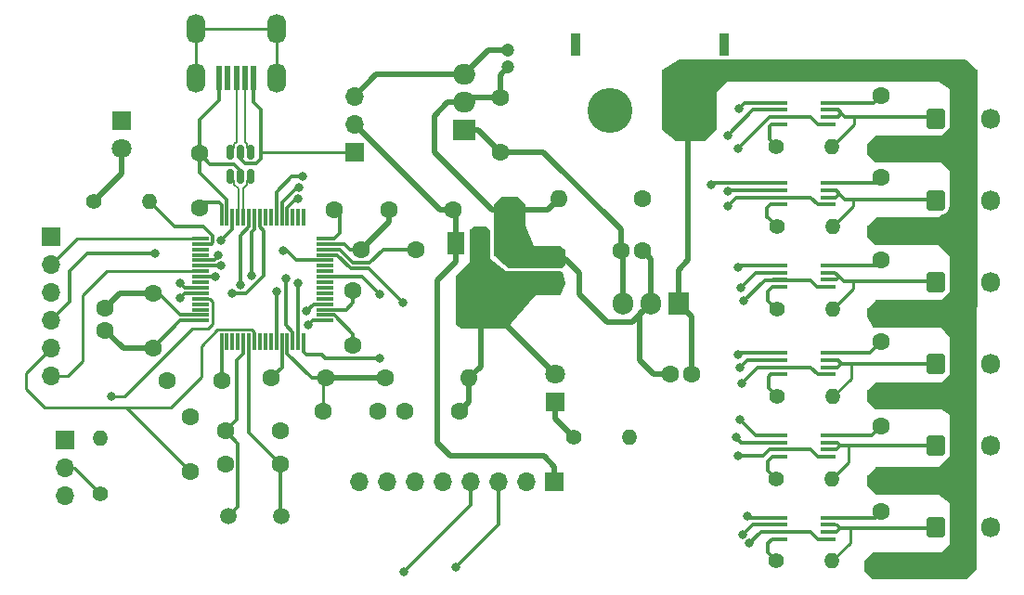
<source format=gbr>
%TF.GenerationSoftware,KiCad,Pcbnew,(6.0.11)*%
%TF.CreationDate,2024-03-05T22:48:33-08:00*%
%TF.ProjectId,bez_controller1v5,62657a5f-636f-46e7-9472-6f6c6c657231,rev?*%
%TF.SameCoordinates,Original*%
%TF.FileFunction,Copper,L1,Top*%
%TF.FilePolarity,Positive*%
%FSLAX46Y46*%
G04 Gerber Fmt 4.6, Leading zero omitted, Abs format (unit mm)*
G04 Created by KiCad (PCBNEW (6.0.11)) date 2024-03-05 22:48:33*
%MOMM*%
%LPD*%
G01*
G04 APERTURE LIST*
G04 Aperture macros list*
%AMRoundRect*
0 Rectangle with rounded corners*
0 $1 Rounding radius*
0 $2 $3 $4 $5 $6 $7 $8 $9 X,Y pos of 4 corners*
0 Add a 4 corners polygon primitive as box body*
4,1,4,$2,$3,$4,$5,$6,$7,$8,$9,$2,$3,0*
0 Add four circle primitives for the rounded corners*
1,1,$1+$1,$2,$3*
1,1,$1+$1,$4,$5*
1,1,$1+$1,$6,$7*
1,1,$1+$1,$8,$9*
0 Add four rect primitives between the rounded corners*
20,1,$1+$1,$2,$3,$4,$5,0*
20,1,$1+$1,$4,$5,$6,$7,0*
20,1,$1+$1,$6,$7,$8,$9,0*
20,1,$1+$1,$8,$9,$2,$3,0*%
G04 Aperture macros list end*
%TA.AperFunction,ComponentPad*%
%ADD10R,1.700000X1.700000*%
%TD*%
%TA.AperFunction,ComponentPad*%
%ADD11O,1.700000X1.700000*%
%TD*%
%TA.AperFunction,SMDPad,CuDef*%
%ADD12R,1.500000X2.000000*%
%TD*%
%TA.AperFunction,SMDPad,CuDef*%
%ADD13R,3.800000X2.000000*%
%TD*%
%TA.AperFunction,ComponentPad*%
%ADD14C,1.600000*%
%TD*%
%TA.AperFunction,SMDPad,CuDef*%
%ADD15RoundRect,0.075000X0.075000X-0.700000X0.075000X0.700000X-0.075000X0.700000X-0.075000X-0.700000X0*%
%TD*%
%TA.AperFunction,SMDPad,CuDef*%
%ADD16RoundRect,0.075000X0.700000X-0.075000X0.700000X0.075000X-0.700000X0.075000X-0.700000X-0.075000X0*%
%TD*%
%TA.AperFunction,SMDPad,CuDef*%
%ADD17R,1.450000X0.450000*%
%TD*%
%TA.AperFunction,ComponentPad*%
%ADD18O,1.700000X1.850000*%
%TD*%
%TA.AperFunction,ComponentPad*%
%ADD19RoundRect,0.250000X-0.600000X-0.675000X0.600000X-0.675000X0.600000X0.675000X-0.600000X0.675000X0*%
%TD*%
%TA.AperFunction,ComponentPad*%
%ADD20C,1.400000*%
%TD*%
%TA.AperFunction,ComponentPad*%
%ADD21O,1.400000X1.400000*%
%TD*%
%TA.AperFunction,ComponentPad*%
%ADD22R,1.905000X2.000000*%
%TD*%
%TA.AperFunction,ComponentPad*%
%ADD23O,1.905000X2.000000*%
%TD*%
%TA.AperFunction,SMDPad,CuDef*%
%ADD24RoundRect,0.150000X0.150000X-0.512500X0.150000X0.512500X-0.150000X0.512500X-0.150000X-0.512500X0*%
%TD*%
%TA.AperFunction,ComponentPad*%
%ADD25O,1.600000X1.600000*%
%TD*%
%TA.AperFunction,SMDPad,CuDef*%
%ADD26R,0.500000X2.250000*%
%TD*%
%TA.AperFunction,ComponentPad*%
%ADD27O,1.700000X2.700000*%
%TD*%
%TA.AperFunction,ComponentPad*%
%ADD28R,1.800000X1.800000*%
%TD*%
%TA.AperFunction,ComponentPad*%
%ADD29C,1.800000*%
%TD*%
%TA.AperFunction,ComponentPad*%
%ADD30C,1.500000*%
%TD*%
%TA.AperFunction,ComponentPad*%
%ADD31R,0.900000X2.000000*%
%TD*%
%TA.AperFunction,ComponentPad*%
%ADD32C,4.100000*%
%TD*%
%TA.AperFunction,ComponentPad*%
%ADD33RoundRect,1.025000X-1.025000X-1.025000X1.025000X-1.025000X1.025000X1.025000X-1.025000X1.025000X0*%
%TD*%
%TA.AperFunction,ComponentPad*%
%ADD34R,2.000000X1.905000*%
%TD*%
%TA.AperFunction,ComponentPad*%
%ADD35O,2.000000X1.905000*%
%TD*%
%TA.AperFunction,ComponentPad*%
%ADD36C,1.200000*%
%TD*%
%TA.AperFunction,ViaPad*%
%ADD37C,0.800000*%
%TD*%
%TA.AperFunction,Conductor*%
%ADD38C,0.500000*%
%TD*%
%TA.AperFunction,Conductor*%
%ADD39C,0.300000*%
%TD*%
%TA.AperFunction,Conductor*%
%ADD40C,0.250000*%
%TD*%
%TA.AperFunction,Conductor*%
%ADD41C,0.200000*%
%TD*%
G04 APERTURE END LIST*
D10*
%TO.P,J9,1,Pin_1*%
%TO.N,+3.3V*%
X24300000Y-42260000D03*
D11*
%TO.P,J9,2,Pin_2*%
%TO.N,/TCK*%
X24300000Y-44800000D03*
%TO.P,J9,3,Pin_3*%
%TO.N,GND*%
X24300000Y-47340000D03*
%TO.P,J9,4,Pin_4*%
%TO.N,/TMS*%
X24300000Y-49880000D03*
%TO.P,J9,5,Pin_5*%
%TO.N,/NRST*%
X24300000Y-52420000D03*
%TO.P,J9,6,Pin_6*%
%TO.N,/SWO*%
X24300000Y-54960000D03*
%TD*%
D12*
%TO.P,U9,1,GND*%
%TO.N,/PWR_GND*%
X65800000Y-42850000D03*
%TO.P,U9,2,VO*%
%TO.N,+3.3V*%
X63500000Y-42850000D03*
D13*
X63500000Y-49150000D03*
D12*
%TO.P,U9,3,VI*%
%TO.N,/power*%
X61200000Y-42850000D03*
%TD*%
D14*
%TO.P,C5,1*%
%TO.N,GND*%
X100000000Y-36800000D03*
%TO.P,C5,2*%
%TO.N,+12V*%
X100000000Y-41800000D03*
%TD*%
D15*
%TO.P,U11,1,VBAT*%
%TO.N,+3.3V*%
X39850000Y-51812500D03*
%TO.P,U11,2,PC13*%
%TO.N,unconnected-(U11-Pad2)*%
X40350000Y-51812500D03*
%TO.P,U11,3,PC14*%
%TO.N,unconnected-(U11-Pad3)*%
X40850000Y-51812500D03*
%TO.P,U11,4,PC15*%
%TO.N,unconnected-(U11-Pad4)*%
X41350000Y-51812500D03*
%TO.P,U11,5,PH0*%
%TO.N,/PH0-OSC_IN*%
X41850000Y-51812500D03*
%TO.P,U11,6,PH1*%
%TO.N,/PH1-OSC_OUT*%
X42350000Y-51812500D03*
%TO.P,U11,7,NRST*%
%TO.N,/NRST*%
X42850000Y-51812500D03*
%TO.P,U11,8,PC0*%
%TO.N,unconnected-(U11-Pad8)*%
X43350000Y-51812500D03*
%TO.P,U11,9,PC1*%
%TO.N,unconnected-(U11-Pad9)*%
X43850000Y-51812500D03*
%TO.P,U11,10,PC2*%
%TO.N,unconnected-(U11-Pad10)*%
X44350000Y-51812500D03*
%TO.P,U11,11,PC3*%
%TO.N,/USART4_DIR*%
X44850000Y-51812500D03*
%TO.P,U11,12,VSSA*%
%TO.N,GND*%
X45350000Y-51812500D03*
%TO.P,U11,13,VDDA*%
%TO.N,+3.3VA*%
X45850000Y-51812500D03*
%TO.P,U11,14,PA0*%
%TO.N,/USART4_TX*%
X46350000Y-51812500D03*
%TO.P,U11,15,PA1*%
%TO.N,/USART4_RX*%
X46850000Y-51812500D03*
%TO.P,U11,16,PA2*%
%TO.N,/USART2_TX*%
X47350000Y-51812500D03*
D16*
%TO.P,U11,17,PA3*%
%TO.N,/USART2_RX*%
X49275000Y-49887500D03*
%TO.P,U11,18,VSS*%
%TO.N,GND*%
X49275000Y-49387500D03*
%TO.P,U11,19,VDD*%
%TO.N,+3.3V*%
X49275000Y-48887500D03*
%TO.P,U11,20,PA4*%
%TO.N,/USART2_DIR*%
X49275000Y-48387500D03*
%TO.P,U11,21,PA5*%
%TO.N,unconnected-(U11-Pad21)*%
X49275000Y-47887500D03*
%TO.P,U11,22,PA6*%
%TO.N,unconnected-(U11-Pad22)*%
X49275000Y-47387500D03*
%TO.P,U11,23,PA7*%
%TO.N,unconnected-(U11-Pad23)*%
X49275000Y-46887500D03*
%TO.P,U11,24,PC4*%
%TO.N,unconnected-(U11-Pad24)*%
X49275000Y-46387500D03*
%TO.P,U11,25,PC5*%
%TO.N,/USART3_RX*%
X49275000Y-45887500D03*
%TO.P,U11,26,PB0*%
%TO.N,unconnected-(U11-Pad26)*%
X49275000Y-45387500D03*
%TO.P,U11,27,PB1*%
%TO.N,unconnected-(U11-Pad27)*%
X49275000Y-44887500D03*
%TO.P,U11,28,PB2*%
%TO.N,/USART3_DIR*%
X49275000Y-44387500D03*
%TO.P,U11,29,PB10*%
%TO.N,/USART3_TX*%
X49275000Y-43887500D03*
%TO.P,U11,30,VCAP_1*%
%TO.N,Net-(C23-Pad1)*%
X49275000Y-43387500D03*
%TO.P,U11,31,VSS*%
%TO.N,GND*%
X49275000Y-42887500D03*
%TO.P,U11,32,VDD*%
%TO.N,+3.3V*%
X49275000Y-42387500D03*
D15*
%TO.P,U11,33,PB12*%
%TO.N,unconnected-(U11-Pad33)*%
X47350000Y-40462500D03*
%TO.P,U11,34,PB13*%
%TO.N,unconnected-(U11-Pad34)*%
X46850000Y-40462500D03*
%TO.P,U11,35,PB14*%
%TO.N,unconnected-(U11-Pad35)*%
X46350000Y-40462500D03*
%TO.P,U11,36,PB15*%
%TO.N,/USART6_DIR*%
X45850000Y-40462500D03*
%TO.P,U11,37,PC6*%
%TO.N,/USART6_TX*%
X45350000Y-40462500D03*
%TO.P,U11,38,PC7*%
%TO.N,/USART6_RX*%
X44850000Y-40462500D03*
%TO.P,U11,39,PC8*%
%TO.N,unconnected-(U11-Pad39)*%
X44350000Y-40462500D03*
%TO.P,U11,40,PC9*%
%TO.N,unconnected-(U11-Pad40)*%
X43850000Y-40462500D03*
%TO.P,U11,41,PA8*%
%TO.N,/USART1_DIR*%
X43350000Y-40462500D03*
%TO.P,U11,42,PA9*%
%TO.N,/USART1_TX*%
X42850000Y-40462500D03*
%TO.P,U11,43,PA10*%
%TO.N,/USART1_RX*%
X42350000Y-40462500D03*
%TO.P,U11,44,PA11*%
%TO.N,/USB_D-*%
X41850000Y-40462500D03*
%TO.P,U11,45,PA12*%
%TO.N,/USB_D+*%
X41350000Y-40462500D03*
%TO.P,U11,46,PA13*%
%TO.N,/TMS*%
X40850000Y-40462500D03*
%TO.P,U11,47,VSS*%
%TO.N,GND*%
X40350000Y-40462500D03*
%TO.P,U11,48,VDD*%
%TO.N,+3.3V*%
X39850000Y-40462500D03*
D16*
%TO.P,U11,49,PA14*%
%TO.N,/TCK*%
X37925000Y-42387500D03*
%TO.P,U11,50,PA15*%
%TO.N,Net-(R9-Pad2)*%
X37925000Y-42887500D03*
%TO.P,U11,51,PC10*%
%TO.N,unconnected-(U11-Pad51)*%
X37925000Y-43387500D03*
%TO.P,U11,52,PC11*%
%TO.N,unconnected-(U11-Pad52)*%
X37925000Y-43887500D03*
%TO.P,U11,53,PC12*%
%TO.N,/USART5_TX*%
X37925000Y-44387500D03*
%TO.P,U11,54,PD2*%
%TO.N,/USART5_RX*%
X37925000Y-44887500D03*
%TO.P,U11,55,PB3*%
%TO.N,/SWO*%
X37925000Y-45387500D03*
%TO.P,U11,56,PB4*%
%TO.N,/USART5_DIR*%
X37925000Y-45887500D03*
%TO.P,U11,57,PB5*%
%TO.N,unconnected-(U11-Pad57)*%
X37925000Y-46387500D03*
%TO.P,U11,58,PB6*%
%TO.N,/I2C_SCL*%
X37925000Y-46887500D03*
%TO.P,U11,59,PB7*%
%TO.N,/I2C_SDA*%
X37925000Y-47387500D03*
%TO.P,U11,60,BOOT0*%
%TO.N,/BOOT0*%
X37925000Y-47887500D03*
%TO.P,U11,61,PB8*%
%TO.N,unconnected-(U11-Pad61)*%
X37925000Y-48387500D03*
%TO.P,U11,62,PB9*%
%TO.N,unconnected-(U11-Pad62)*%
X37925000Y-48887500D03*
%TO.P,U11,63,VSS*%
%TO.N,GND*%
X37925000Y-49387500D03*
%TO.P,U11,64,VDD*%
%TO.N,+3.3V*%
X37925000Y-49887500D03*
%TD*%
D17*
%TO.P,U4,1*%
%TO.N,/USART4_DIR*%
X95200000Y-46800000D03*
%TO.P,U4,2*%
%TO.N,/MOTOR_DATA4*%
X95200000Y-46150000D03*
%TO.P,U4,3*%
X95200000Y-45500000D03*
%TO.P,U4,4,GND*%
%TO.N,GND*%
X95200000Y-44850000D03*
%TO.P,U4,5*%
%TO.N,/USART4_TX*%
X90800000Y-44850000D03*
%TO.P,U4,6*%
%TO.N,/USART4_RX*%
X90800000Y-45500000D03*
%TO.P,U4,7*%
%TO.N,/USART4_DIR*%
X90800000Y-46150000D03*
%TO.P,U4,8,VCC*%
%TO.N,+5V*%
X90800000Y-46800000D03*
%TD*%
D14*
%TO.P,C13,1*%
%TO.N,+3.3V*%
X29250000Y-50750000D03*
%TO.P,C13,2*%
%TO.N,GND*%
X29250000Y-48750000D03*
%TD*%
D18*
%TO.P,J1,1,Pin_1*%
%TO.N,GND*%
X110000000Y-68700000D03*
%TO.P,J1,2,Pin_2*%
%TO.N,+12V*%
X107500000Y-68700000D03*
D19*
%TO.P,J1,3,Pin_3*%
%TO.N,/MOTOR_DATA1*%
X105000000Y-68700000D03*
%TD*%
D14*
%TO.P,C16,1*%
%TO.N,+3.3V*%
X50100000Y-39750000D03*
%TO.P,C16,2*%
%TO.N,GND*%
X55100000Y-39750000D03*
%TD*%
%TO.P,C21,1*%
%TO.N,+3.3V*%
X61600000Y-58137500D03*
%TO.P,C21,2*%
%TO.N,GND*%
X56600000Y-58137500D03*
%TD*%
%TO.P,C25,1*%
%TO.N,/PH1-OSC_OUT*%
X45200000Y-62937500D03*
%TO.P,C25,2*%
%TO.N,GND*%
X40200000Y-62937500D03*
%TD*%
%TO.P,C24,1*%
%TO.N,/PH0-OSC_IN*%
X40200000Y-59937500D03*
%TO.P,C24,2*%
%TO.N,GND*%
X45200000Y-59937500D03*
%TD*%
%TO.P,C9,1*%
%TO.N,+6V*%
X65250000Y-34500000D03*
%TO.P,C9,2*%
%TO.N,/PWR_GND*%
X65250000Y-29500000D03*
%TD*%
%TO.P,C4,1*%
%TO.N,GND*%
X100000000Y-44325000D03*
%TO.P,C4,2*%
%TO.N,+12V*%
X100000000Y-49325000D03*
%TD*%
D20*
%TO.P,R3,1*%
%TO.N,+5V*%
X90500000Y-56825000D03*
D21*
%TO.P,R3,2*%
%TO.N,/MOTOR_DATA3*%
X95580000Y-56825000D03*
%TD*%
D18*
%TO.P,J4,1,Pin_1*%
%TO.N,GND*%
X110000000Y-46380000D03*
%TO.P,J4,2,Pin_2*%
%TO.N,+12V*%
X107500000Y-46380000D03*
D19*
%TO.P,J4,3,Pin_3*%
%TO.N,/MOTOR_DATA4*%
X105000000Y-46380000D03*
%TD*%
D17*
%TO.P,U2,1*%
%TO.N,/USART2_DIR*%
X95200000Y-62300000D03*
%TO.P,U2,2*%
%TO.N,/MOTOR_DATA2*%
X95200000Y-61650000D03*
%TO.P,U2,3*%
X95200000Y-61000000D03*
%TO.P,U2,4,GND*%
%TO.N,GND*%
X95200000Y-60350000D03*
%TO.P,U2,5*%
%TO.N,/USART2_TX*%
X90800000Y-60350000D03*
%TO.P,U2,6*%
%TO.N,/USART2_RX*%
X90800000Y-61000000D03*
%TO.P,U2,7*%
%TO.N,/USART2_DIR*%
X90800000Y-61650000D03*
%TO.P,U2,8,VCC*%
%TO.N,+5V*%
X90800000Y-62300000D03*
%TD*%
D14*
%TO.P,C23,1*%
%TO.N,Net-(C23-Pad1)*%
X57600000Y-43387500D03*
%TO.P,C23,2*%
%TO.N,GND*%
X52600000Y-43387500D03*
%TD*%
D22*
%TO.P,U7,1,VI*%
%TO.N,+12V*%
X81540000Y-48305000D03*
D23*
%TO.P,U7,2,GND*%
%TO.N,/PWR_GND*%
X79000000Y-48305000D03*
%TO.P,U7,3,VO*%
%TO.N,+6V*%
X76460000Y-48305000D03*
%TD*%
D24*
%TO.P,U10,1,I/O1*%
%TO.N,/USB_D+*%
X40650000Y-36775000D03*
%TO.P,U10,2,GND*%
%TO.N,GND*%
X41600000Y-36775000D03*
%TO.P,U10,3,I/O2*%
%TO.N,/USB_D-*%
X42550000Y-36775000D03*
%TO.P,U10,4,I/O2*%
%TO.N,/USB_CONN_D-*%
X42550000Y-34500000D03*
%TO.P,U10,5,VBUS*%
%TO.N,VBUS*%
X41600000Y-34500000D03*
%TO.P,U10,6,I/O1*%
%TO.N,/USB_CONN_D+*%
X40650000Y-34500000D03*
%TD*%
D10*
%TO.P,J8,1,Pin_1*%
%TO.N,/power*%
X70220000Y-64600000D03*
D11*
%TO.P,J8,2,Pin_2*%
%TO.N,GND*%
X67680000Y-64600000D03*
%TO.P,J8,3,Pin_3*%
%TO.N,/I2C_SCL*%
X65140000Y-64600000D03*
%TO.P,J8,4,Pin_4*%
%TO.N,/I2C_SDA*%
X62600000Y-64600000D03*
%TO.P,J8,5,Pin_5*%
%TO.N,unconnected-(J8-Pad5)*%
X60060000Y-64600000D03*
%TO.P,J8,6,Pin_6*%
%TO.N,unconnected-(J8-Pad6)*%
X57520000Y-64600000D03*
%TO.P,J8,7,Pin_7*%
%TO.N,unconnected-(J8-Pad7)*%
X54980000Y-64600000D03*
%TO.P,J8,8,Pin_8*%
%TO.N,unconnected-(J8-Pad8)*%
X52440000Y-64600000D03*
%TD*%
D10*
%TO.P,J7,1,Pin_1*%
%TO.N,VBUS*%
X52000000Y-34500000D03*
D11*
%TO.P,J7,2,Pin_2*%
%TO.N,/power*%
X52000000Y-31960000D03*
%TO.P,J7,3,Pin_3*%
%TO.N,+5V*%
X52000000Y-29420000D03*
%TD*%
D14*
%TO.P,FB2,1*%
%TO.N,+3.3VA*%
X54790000Y-55137500D03*
D25*
%TO.P,FB2,2*%
%TO.N,+3.3V*%
X62410000Y-55137500D03*
%TD*%
D14*
%TO.P,FB1,1*%
%TO.N,GND*%
X78200000Y-38800000D03*
D25*
%TO.P,FB1,2*%
%TO.N,/PWR_GND*%
X70580000Y-38800000D03*
%TD*%
D17*
%TO.P,U6,1*%
%TO.N,/USART6_DIR*%
X95200000Y-31975000D03*
%TO.P,U6,2*%
%TO.N,/MOTOR_DATA6*%
X95200000Y-31325000D03*
%TO.P,U6,3*%
X95200000Y-30675000D03*
%TO.P,U6,4,GND*%
%TO.N,GND*%
X95200000Y-30025000D03*
%TO.P,U6,5*%
%TO.N,/USART6_TX*%
X90800000Y-30025000D03*
%TO.P,U6,6*%
%TO.N,/USART6_RX*%
X90800000Y-30675000D03*
%TO.P,U6,7*%
%TO.N,/USART6_DIR*%
X90800000Y-31325000D03*
%TO.P,U6,8,VCC*%
%TO.N,+5V*%
X90800000Y-31975000D03*
%TD*%
D14*
%TO.P,C19,1*%
%TO.N,+3.3VA*%
X49350000Y-55137500D03*
%TO.P,C19,2*%
%TO.N,GND*%
X44350000Y-55137500D03*
%TD*%
D20*
%TO.P,R5,1*%
%TO.N,+5V*%
X90500000Y-41325000D03*
D21*
%TO.P,R5,2*%
%TO.N,/MOTOR_DATA5*%
X95580000Y-41325000D03*
%TD*%
D14*
%TO.P,C18,1*%
%TO.N,+3.3V*%
X33600000Y-52387500D03*
%TO.P,C18,2*%
%TO.N,GND*%
X33600000Y-47387500D03*
%TD*%
D18*
%TO.P,J2,1,Pin_1*%
%TO.N,GND*%
X110000000Y-61260000D03*
%TO.P,J2,2,Pin_2*%
%TO.N,+12V*%
X107500000Y-61260000D03*
D19*
%TO.P,J2,3,Pin_3*%
%TO.N,/MOTOR_DATA2*%
X105000000Y-61260000D03*
%TD*%
D14*
%TO.P,C17,1*%
%TO.N,+3.3V*%
X37850000Y-39637500D03*
%TO.P,C17,2*%
%TO.N,GND*%
X37850000Y-34637500D03*
%TD*%
D18*
%TO.P,J3,1,Pin_1*%
%TO.N,GND*%
X110000000Y-53820000D03*
%TO.P,J3,2,Pin_2*%
%TO.N,+12V*%
X107500000Y-53820000D03*
D19*
%TO.P,J3,3,Pin_3*%
%TO.N,/MOTOR_DATA3*%
X105000000Y-53820000D03*
%TD*%
D20*
%TO.P,R6,1*%
%TO.N,+5V*%
X90460000Y-34000000D03*
D21*
%TO.P,R6,2*%
%TO.N,/MOTOR_DATA6*%
X95540000Y-34000000D03*
%TD*%
D17*
%TO.P,U1,1*%
%TO.N,/USART1_DIR*%
X95200000Y-69800000D03*
%TO.P,U1,2*%
%TO.N,/MOTOR_DATA1*%
X95200000Y-69150000D03*
%TO.P,U1,3*%
X95200000Y-68500000D03*
%TO.P,U1,4,GND*%
%TO.N,GND*%
X95200000Y-67850000D03*
%TO.P,U1,5*%
%TO.N,/USART1_TX*%
X90800000Y-67850000D03*
%TO.P,U1,6*%
%TO.N,/USART1_RX*%
X90800000Y-68500000D03*
%TO.P,U1,7*%
%TO.N,/USART1_DIR*%
X90800000Y-69150000D03*
%TO.P,U1,8,VCC*%
%TO.N,+5V*%
X90800000Y-69800000D03*
%TD*%
D26*
%TO.P,J12,1,VBUS*%
%TO.N,VBUS*%
X42800000Y-27800000D03*
%TO.P,J12,2,D-*%
%TO.N,/USB_CONN_D-*%
X42000000Y-27800000D03*
%TO.P,J12,3,D+*%
%TO.N,/USB_CONN_D+*%
X41200000Y-27800000D03*
%TO.P,J12,4,ID*%
%TO.N,unconnected-(J12-Pad4)*%
X40400000Y-27800000D03*
%TO.P,J12,5,GND*%
%TO.N,GND*%
X39600000Y-27800000D03*
D27*
%TO.P,J12,6,Shield*%
%TO.N,unconnected-(J12-Pad6)*%
X37550000Y-23300000D03*
X37550000Y-27800000D03*
X44850000Y-27800000D03*
X44850000Y-23300000D03*
%TD*%
D28*
%TO.P,D1,1,K*%
%TO.N,Net-(D1-Pad1)*%
X70250000Y-57275000D03*
D29*
%TO.P,D1,2,A*%
%TO.N,+3.3V*%
X70250000Y-54735000D03*
%TD*%
D14*
%TO.P,C22,1*%
%TO.N,/NRST*%
X36970000Y-63637500D03*
%TO.P,C22,2*%
%TO.N,GND*%
X36970000Y-58637500D03*
%TD*%
D17*
%TO.P,U5,1*%
%TO.N,/USART5_DIR*%
X95200000Y-39300000D03*
%TO.P,U5,2*%
%TO.N,/MOTOR_DATA5*%
X95200000Y-38650000D03*
%TO.P,U5,3*%
X95200000Y-38000000D03*
%TO.P,U5,4,GND*%
%TO.N,GND*%
X95200000Y-37350000D03*
%TO.P,U5,5*%
%TO.N,/USART5_TX*%
X90800000Y-37350000D03*
%TO.P,U5,6*%
%TO.N,/USART5_RX*%
X90800000Y-38000000D03*
%TO.P,U5,7*%
%TO.N,/USART5_DIR*%
X90800000Y-38650000D03*
%TO.P,U5,8,VCC*%
%TO.N,+5V*%
X90800000Y-39300000D03*
%TD*%
D20*
%TO.P,R8,1*%
%TO.N,Net-(J11-Pad2)*%
X28800000Y-65700000D03*
D21*
%TO.P,R8,2*%
%TO.N,/BOOT0*%
X28800000Y-60620000D03*
%TD*%
D20*
%TO.P,R9,1*%
%TO.N,Net-(D2-Pad2)*%
X28210000Y-39000000D03*
D21*
%TO.P,R9,2*%
%TO.N,Net-(R9-Pad2)*%
X33290000Y-39000000D03*
%TD*%
D28*
%TO.P,D2,1,K*%
%TO.N,GND*%
X30750000Y-31675000D03*
D29*
%TO.P,D2,2,A*%
%TO.N,Net-(D2-Pad2)*%
X30750000Y-34215000D03*
%TD*%
D18*
%TO.P,J6,1,Pin_1*%
%TO.N,GND*%
X110000000Y-31500000D03*
%TO.P,J6,2,Pin_2*%
%TO.N,+12V*%
X107500000Y-31500000D03*
D19*
%TO.P,J6,3,Pin_3*%
%TO.N,/MOTOR_DATA6*%
X105000000Y-31500000D03*
%TD*%
D14*
%TO.P,C1,1*%
%TO.N,GND*%
X100000000Y-67300000D03*
%TO.P,C1,2*%
%TO.N,+12V*%
X100000000Y-72300000D03*
%TD*%
D10*
%TO.P,J11,1,Pin_1*%
%TO.N,+3.3V*%
X25600000Y-60760000D03*
D11*
%TO.P,J11,2,Pin_2*%
%TO.N,Net-(J11-Pad2)*%
X25600000Y-63300000D03*
%TO.P,J11,3,Pin_3*%
%TO.N,GND*%
X25600000Y-65840000D03*
%TD*%
D14*
%TO.P,C7,1*%
%TO.N,+12V*%
X82750000Y-54750000D03*
%TO.P,C7,2*%
%TO.N,/PWR_GND*%
X80750000Y-54750000D03*
%TD*%
%TO.P,C6,1*%
%TO.N,GND*%
X100000000Y-29325000D03*
%TO.P,C6,2*%
%TO.N,+12V*%
X100000000Y-34325000D03*
%TD*%
%TO.P,C20,1*%
%TO.N,+3.3VA*%
X49100000Y-58137500D03*
%TO.P,C20,2*%
%TO.N,GND*%
X54100000Y-58137500D03*
%TD*%
%TO.P,C3,1*%
%TO.N,GND*%
X100000000Y-51825000D03*
%TO.P,C3,2*%
%TO.N,+12V*%
X100000000Y-56825000D03*
%TD*%
D30*
%TO.P,Y1,1,1*%
%TO.N,/PH0-OSC_IN*%
X40450000Y-67750000D03*
%TO.P,Y1,2,2*%
%TO.N,/PH1-OSC_OUT*%
X45330000Y-67750000D03*
%TD*%
D14*
%TO.P,C11,1*%
%TO.N,/power*%
X61000000Y-39750000D03*
%TO.P,C11,2*%
%TO.N,/PWR_GND*%
X66000000Y-39750000D03*
%TD*%
D31*
%TO.P,J10,*%
%TO.N,*%
X72150000Y-24750000D03*
X85650000Y-24750000D03*
D32*
%TO.P,J10,1,Pin_1*%
%TO.N,GND*%
X75300000Y-30750000D03*
D33*
%TO.P,J10,2,Pin_2*%
%TO.N,+12V*%
X82500000Y-30750000D03*
%TD*%
D20*
%TO.P,R4,1*%
%TO.N,+5V*%
X90500000Y-48825000D03*
D21*
%TO.P,R4,2*%
%TO.N,/MOTOR_DATA4*%
X95580000Y-48825000D03*
%TD*%
D14*
%TO.P,C15,1*%
%TO.N,+3.3V*%
X51850000Y-47137500D03*
%TO.P,C15,2*%
%TO.N,GND*%
X51850000Y-52137500D03*
%TD*%
%TO.P,C8,1*%
%TO.N,+6V*%
X76250000Y-43500000D03*
%TO.P,C8,2*%
%TO.N,/PWR_GND*%
X78250000Y-43500000D03*
%TD*%
D20*
%TO.P,R7,1*%
%TO.N,Net-(D1-Pad1)*%
X71960000Y-60500000D03*
D21*
%TO.P,R7,2*%
%TO.N,GND*%
X77040000Y-60500000D03*
%TD*%
D14*
%TO.P,C2,1*%
%TO.N,GND*%
X100000000Y-59500000D03*
%TO.P,C2,2*%
%TO.N,+12V*%
X100000000Y-64500000D03*
%TD*%
D34*
%TO.P,U8,1,VI*%
%TO.N,+6V*%
X62000000Y-32540000D03*
D35*
%TO.P,U8,2,GND*%
%TO.N,/PWR_GND*%
X62000000Y-30000000D03*
%TO.P,U8,3,VO*%
%TO.N,+5V*%
X62000000Y-27460000D03*
%TD*%
D20*
%TO.P,R1,1*%
%TO.N,+5V*%
X90460000Y-71825000D03*
D21*
%TO.P,R1,2*%
%TO.N,/MOTOR_DATA1*%
X95540000Y-71825000D03*
%TD*%
D36*
%TO.P,C10,1*%
%TO.N,+5V*%
X66000000Y-25250000D03*
%TO.P,C10,2*%
%TO.N,/PWR_GND*%
X66000000Y-26750000D03*
%TD*%
D14*
%TO.P,C14,1*%
%TO.N,+3.3V*%
X39850000Y-55387500D03*
%TO.P,C14,2*%
%TO.N,GND*%
X34850000Y-55387500D03*
%TD*%
%TO.P,C12,1*%
%TO.N,+3.3V*%
X70000000Y-46250000D03*
%TO.P,C12,2*%
%TO.N,/PWR_GND*%
X70000000Y-44250000D03*
%TD*%
D17*
%TO.P,U3,1*%
%TO.N,/USART3_DIR*%
X95200000Y-54800000D03*
%TO.P,U3,2*%
%TO.N,/MOTOR_DATA3*%
X95200000Y-54150000D03*
%TO.P,U3,3*%
X95200000Y-53500000D03*
%TO.P,U3,4,GND*%
%TO.N,GND*%
X95200000Y-52850000D03*
%TO.P,U3,5*%
%TO.N,/USART3_TX*%
X90800000Y-52850000D03*
%TO.P,U3,6*%
%TO.N,/USART3_RX*%
X90800000Y-53500000D03*
%TO.P,U3,7*%
%TO.N,/USART3_DIR*%
X90800000Y-54150000D03*
%TO.P,U3,8,VCC*%
%TO.N,+5V*%
X90800000Y-54800000D03*
%TD*%
D20*
%TO.P,R2,1*%
%TO.N,+5V*%
X90460000Y-64325000D03*
D21*
%TO.P,R2,2*%
%TO.N,/MOTOR_DATA2*%
X95540000Y-64325000D03*
%TD*%
D18*
%TO.P,J5,1,Pin_1*%
%TO.N,GND*%
X110000000Y-38940000D03*
%TO.P,J5,2,Pin_2*%
%TO.N,+12V*%
X107500000Y-38940000D03*
D19*
%TO.P,J5,3,Pin_3*%
%TO.N,/MOTOR_DATA5*%
X105000000Y-38940000D03*
%TD*%
D37*
%TO.N,/I2C_SCL*%
X36100000Y-46500000D03*
X61250000Y-72400000D03*
%TO.N,/I2C_SDA*%
X56500000Y-72800000D03*
X36100000Y-47800000D03*
%TO.N,/TMS*%
X39800000Y-42600000D03*
X33800000Y-43800000D03*
%TO.N,/BOOT0*%
X29800000Y-56800000D03*
%TO.N,/USART1_DIR*%
X88000000Y-70200000D03*
X40791621Y-47429913D03*
%TO.N,/USART2_DIR*%
X47600000Y-49049500D03*
X87000000Y-62200000D03*
%TO.N,/USART3_DIR*%
X87300000Y-55600000D03*
X45500000Y-43500000D03*
%TO.N,/USART4_DIR*%
X44900000Y-47200000D03*
X87500000Y-48100000D03*
%TO.N,/USART5_DIR*%
X86000000Y-39400000D03*
X39312500Y-45887500D03*
%TO.N,/USART6_DIR*%
X46800000Y-38749003D03*
X86960308Y-34160307D03*
%TO.N,/USART5_TX*%
X84500000Y-37500000D03*
X39580898Y-43909584D03*
%TO.N,/USART5_RX*%
X86000000Y-38099500D03*
X39787500Y-44887500D03*
%TO.N,/USART6_TX*%
X87050000Y-30550000D03*
X46915585Y-37750000D03*
%TO.N,/USART6_RX*%
X47250000Y-36750000D03*
X86000000Y-33000000D03*
%TO.N,/USART3_TX*%
X87000000Y-53000000D03*
X56387500Y-48287500D03*
%TO.N,/USART3_RX*%
X87100000Y-54200000D03*
X54300000Y-47500000D03*
%TO.N,/USART4_TX*%
X87000000Y-45000000D03*
X45750000Y-46050000D03*
%TO.N,/USART4_RX*%
X46850000Y-46450000D03*
X87200000Y-46900000D03*
%TO.N,/USART1_TX*%
X42620023Y-45820023D03*
X87800000Y-67700000D03*
%TO.N,/USART1_RX*%
X41541121Y-46650468D03*
X87400000Y-69400000D03*
%TO.N,/USART2_TX*%
X54300000Y-53300000D03*
X87100000Y-58900000D03*
%TO.N,/USART2_RX*%
X86750000Y-60500000D03*
X47800000Y-50300000D03*
%TD*%
D38*
%TO.N,+12V*%
X82400000Y-44350000D02*
X81500000Y-45250000D01*
X82400000Y-31000000D02*
X82400000Y-44350000D01*
X82750000Y-49515000D02*
X82750000Y-54750000D01*
X81540000Y-48305000D02*
X82750000Y-49515000D01*
X81540000Y-45290000D02*
X81540000Y-48305000D01*
X81500000Y-45250000D02*
X81540000Y-45290000D01*
%TO.N,+6V*%
X76250000Y-41550000D02*
X76250000Y-43500000D01*
X76460000Y-48305000D02*
X76460000Y-43710000D01*
X62000000Y-32540000D02*
X63290000Y-32540000D01*
X65250000Y-34500000D02*
X69200000Y-34500000D01*
X76460000Y-43710000D02*
X76250000Y-43500000D01*
X63290000Y-32540000D02*
X65250000Y-34500000D01*
X69200000Y-34500000D02*
X76250000Y-41550000D01*
D39*
%TO.N,+5V*%
X89600000Y-40500000D02*
X89675000Y-40500000D01*
X89900000Y-39300000D02*
X89600000Y-39600000D01*
X89700000Y-70200000D02*
X89700000Y-71065000D01*
X89800000Y-33340000D02*
X90460000Y-34000000D01*
X90025000Y-31975000D02*
X89800000Y-32200000D01*
X90800000Y-69800000D02*
X90100000Y-69800000D01*
X89750000Y-55000000D02*
X89750000Y-56075000D01*
X89700000Y-63565000D02*
X90460000Y-64325000D01*
X90800000Y-39300000D02*
X89900000Y-39300000D01*
X90425000Y-48825000D02*
X90500000Y-48825000D01*
D38*
X53960000Y-27460000D02*
X62000000Y-27460000D01*
D39*
X90100000Y-62300000D02*
X89700000Y-62700000D01*
X89700000Y-47200000D02*
X89700000Y-48100000D01*
X90800000Y-46800000D02*
X90100000Y-46800000D01*
X90800000Y-54800000D02*
X89950000Y-54800000D01*
X89700000Y-62700000D02*
X89700000Y-63565000D01*
D38*
X64210000Y-25250000D02*
X62000000Y-27460000D01*
D39*
X90100000Y-46800000D02*
X89700000Y-47200000D01*
X89600000Y-39600000D02*
X89600000Y-40500000D01*
X90800000Y-31975000D02*
X90025000Y-31975000D01*
X89950000Y-54800000D02*
X89750000Y-55000000D01*
X90100000Y-69800000D02*
X89700000Y-70200000D01*
X89675000Y-40500000D02*
X90500000Y-41325000D01*
X89700000Y-71065000D02*
X90460000Y-71825000D01*
X89700000Y-48100000D02*
X90425000Y-48825000D01*
D38*
X52000000Y-29420000D02*
X53960000Y-27460000D01*
X66000000Y-25250000D02*
X64210000Y-25250000D01*
D39*
X89750000Y-56075000D02*
X90500000Y-56825000D01*
X89800000Y-32200000D02*
X89800000Y-33340000D01*
X90800000Y-62300000D02*
X90100000Y-62300000D01*
D38*
%TO.N,/power*%
X61000000Y-39750000D02*
X59790000Y-39750000D01*
X61200000Y-39950000D02*
X61000000Y-39750000D01*
X59500000Y-46250000D02*
X59500000Y-61000000D01*
X69250000Y-62250000D02*
X70220000Y-63220000D01*
X61200000Y-42850000D02*
X61200000Y-44550000D01*
X59790000Y-39750000D02*
X52000000Y-31960000D01*
X59500000Y-61000000D02*
X60750000Y-62250000D01*
X70220000Y-63220000D02*
X70220000Y-64600000D01*
X60750000Y-62250000D02*
X69250000Y-62250000D01*
X61200000Y-42850000D02*
X61200000Y-39950000D01*
X61200000Y-44550000D02*
X59500000Y-46250000D01*
%TO.N,+3.3V*%
X30887500Y-52387500D02*
X33600000Y-52387500D01*
X63500000Y-49150000D02*
X64665000Y-49150000D01*
D39*
X50600000Y-40387500D02*
X50100000Y-39887500D01*
D38*
X29250000Y-50750000D02*
X30887500Y-52387500D01*
D39*
X39850000Y-39387500D02*
X39600000Y-39137500D01*
X38350000Y-39137500D02*
X37850000Y-39637500D01*
D38*
X62410000Y-55137500D02*
X62410000Y-57327500D01*
D39*
X39850000Y-51812500D02*
X39850000Y-55387500D01*
D38*
X63500000Y-54047500D02*
X62410000Y-55137500D01*
D39*
X50100000Y-42387500D02*
X50600000Y-41887500D01*
X49275000Y-42387500D02*
X50100000Y-42387500D01*
X51850000Y-48268870D02*
X51231370Y-48887500D01*
X51850000Y-47137500D02*
X51850000Y-48268870D01*
D38*
X62410000Y-57327500D02*
X61600000Y-58137500D01*
X64665000Y-49150000D02*
X70250000Y-54735000D01*
X63500000Y-54047500D02*
X63500000Y-49150000D01*
D39*
X39850000Y-40462500D02*
X39850000Y-39387500D01*
X50600000Y-41887500D02*
X50600000Y-40387500D01*
X39600000Y-39137500D02*
X38350000Y-39137500D01*
X51231370Y-48887500D02*
X49275000Y-48887500D01*
X36100000Y-49887500D02*
X37925000Y-49887500D01*
X36100000Y-49887500D02*
X33600000Y-52387500D01*
%TO.N,GND*%
X99450000Y-37350000D02*
X100000000Y-36800000D01*
X95200000Y-30025000D02*
X99300000Y-30025000D01*
X51100000Y-42887500D02*
X49275000Y-42887500D01*
X40350000Y-38887500D02*
X40350000Y-40462500D01*
X52600000Y-43387500D02*
X51600000Y-43387500D01*
X99300000Y-30025000D02*
X100000000Y-29325000D01*
X51600000Y-43387500D02*
X51100000Y-42887500D01*
X37850000Y-31550000D02*
X39600000Y-29800000D01*
X51850000Y-51086459D02*
X51850000Y-52137500D01*
X95200000Y-60350000D02*
X99150000Y-60350000D01*
D38*
X30612500Y-47387500D02*
X33600000Y-47387500D01*
D39*
X37850000Y-34637500D02*
X37850000Y-36387500D01*
X95200000Y-67850000D02*
X99450000Y-67850000D01*
X41600000Y-36775000D02*
X41600000Y-36200000D01*
X95200000Y-37350000D02*
X99450000Y-37350000D01*
X37925000Y-49387500D02*
X36087500Y-49387500D01*
X38812500Y-35600000D02*
X37850000Y-34637500D01*
D38*
X55100000Y-39887500D02*
X55100000Y-40887500D01*
D39*
X95200000Y-52850000D02*
X98975000Y-52850000D01*
X95200000Y-44850000D02*
X99475000Y-44850000D01*
X37850000Y-36387500D02*
X40350000Y-38887500D01*
X99450000Y-67850000D02*
X100000000Y-67300000D01*
X98975000Y-52850000D02*
X100000000Y-51825000D01*
X45350000Y-54137500D02*
X44350000Y-55137500D01*
X41000000Y-35600000D02*
X38812500Y-35600000D01*
X99475000Y-44850000D02*
X100000000Y-44325000D01*
X34087500Y-47387500D02*
X33600000Y-47387500D01*
X37850000Y-34637500D02*
X37850000Y-31550000D01*
X36087500Y-49387500D02*
X34087500Y-47387500D01*
D38*
X55100000Y-40887500D02*
X52600000Y-43387500D01*
D39*
X99150000Y-60350000D02*
X100000000Y-59500000D01*
X41600000Y-36200000D02*
X41000000Y-35600000D01*
X39600000Y-29800000D02*
X39600000Y-27800000D01*
X45350000Y-51812500D02*
X45350000Y-54137500D01*
D38*
X29250000Y-48750000D02*
X30612500Y-47387500D01*
D39*
X50151041Y-49387500D02*
X51850000Y-51086459D01*
X49275000Y-49387500D02*
X50151041Y-49387500D01*
%TO.N,+3.3VA*%
X45850000Y-51812500D02*
X45850000Y-52887500D01*
X48100000Y-55137500D02*
X49350000Y-55137500D01*
D38*
X54790000Y-55137500D02*
X49350000Y-55137500D01*
D39*
X45850000Y-52887500D02*
X48100000Y-55137500D01*
D40*
X49100000Y-58137500D02*
X49100000Y-55387500D01*
X49100000Y-55387500D02*
X49350000Y-55137500D01*
%TO.N,/NRST*%
X38000000Y-52200000D02*
X38000000Y-55000000D01*
X22220000Y-54500000D02*
X24300000Y-52420000D01*
X39487500Y-50712500D02*
X38000000Y-52200000D01*
X31132500Y-57800000D02*
X23700000Y-57800000D01*
X42590685Y-50712500D02*
X39487500Y-50712500D01*
X22200000Y-54500000D02*
X22220000Y-54500000D01*
X42850000Y-50971815D02*
X42590685Y-50712500D01*
X31132500Y-57800000D02*
X36970000Y-63637500D01*
X22000000Y-56100000D02*
X22000000Y-54700000D01*
X35200000Y-57800000D02*
X31132500Y-57800000D01*
X23700000Y-57800000D02*
X22000000Y-56100000D01*
X42850000Y-51812500D02*
X42850000Y-50971815D01*
X38000000Y-55000000D02*
X35200000Y-57800000D01*
X22000000Y-54700000D02*
X22200000Y-54500000D01*
D38*
%TO.N,Net-(D1-Pad1)*%
X70250000Y-57275000D02*
X70250000Y-58790000D01*
X70250000Y-58790000D02*
X71960000Y-60500000D01*
%TO.N,Net-(D2-Pad2)*%
X30750000Y-36460000D02*
X28210000Y-39000000D01*
X30750000Y-34215000D02*
X30750000Y-36460000D01*
D39*
%TO.N,/I2C_SCL*%
X65140000Y-68510000D02*
X65140000Y-64600000D01*
X37925000Y-46887500D02*
X36487500Y-46887500D01*
X36487500Y-46887500D02*
X36100000Y-46500000D01*
X61250000Y-72400000D02*
X65140000Y-68510000D01*
%TO.N,/I2C_SDA*%
X36512500Y-47387500D02*
X36100000Y-47800000D01*
X62600000Y-66700000D02*
X62600000Y-64600000D01*
X37925000Y-47387500D02*
X36512500Y-47387500D01*
X56500000Y-72800000D02*
X62600000Y-66700000D01*
D40*
%TO.N,/TCK*%
X37925000Y-42387500D02*
X26712500Y-42387500D01*
X26712500Y-42387500D02*
X24300000Y-44800000D01*
D39*
%TO.N,/TMS*%
X26000000Y-45400000D02*
X27600000Y-43800000D01*
X39800000Y-42600000D02*
X40850000Y-41550000D01*
D40*
X40850000Y-40462500D02*
X40850000Y-41566490D01*
D39*
X26000000Y-45400000D02*
X26000000Y-48180000D01*
X40850000Y-41550000D02*
X40850000Y-40462500D01*
X27600000Y-43800000D02*
X33800000Y-43800000D01*
X26000000Y-48180000D02*
X24300000Y-49880000D01*
D40*
%TO.N,/SWO*%
X29412500Y-45387500D02*
X27200000Y-47600000D01*
X25840000Y-54960000D02*
X24300000Y-54960000D01*
X27200000Y-53600000D02*
X25840000Y-54960000D01*
X37925000Y-45387500D02*
X29412500Y-45387500D01*
X27200000Y-47600000D02*
X27200000Y-53600000D01*
D39*
%TO.N,VBUS*%
X43400000Y-34400000D02*
X43400000Y-35137500D01*
D40*
X52000000Y-34500000D02*
X43500000Y-34500000D01*
D39*
X43400000Y-34400000D02*
X43400000Y-30600000D01*
X43000000Y-35537500D02*
X42000000Y-35537500D01*
X42000000Y-35537500D02*
X41600000Y-35137500D01*
X41600000Y-35137500D02*
X41600000Y-34500000D01*
X43400000Y-35137500D02*
X43000000Y-35537500D01*
X43400000Y-30600000D02*
X42800000Y-30000000D01*
D40*
X43500000Y-34500000D02*
X43400000Y-34400000D01*
D39*
X42800000Y-30000000D02*
X42800000Y-27800000D01*
D41*
%TO.N,/USB_CONN_D-*%
X42000000Y-33601104D02*
X42000000Y-27800000D01*
X42200000Y-34150000D02*
X42200000Y-33801104D01*
X42200000Y-33801104D02*
X42000000Y-33601104D01*
X42550000Y-34500000D02*
X42200000Y-34150000D01*
%TO.N,/USB_CONN_D+*%
X41200000Y-33601104D02*
X41200000Y-27800000D01*
X40650000Y-34500000D02*
X41000000Y-34150000D01*
X41000000Y-33801104D02*
X41200000Y-33601104D01*
X41000000Y-34150000D02*
X41000000Y-33801104D01*
D40*
%TO.N,/BOOT0*%
X37163604Y-50600000D02*
X38600000Y-50600000D01*
X39025000Y-50175000D02*
X39025000Y-48146815D01*
X38600000Y-50600000D02*
X39025000Y-50175000D01*
X30963604Y-56800000D02*
X37163604Y-50600000D01*
X39025000Y-48146815D02*
X38765685Y-47887500D01*
X38765685Y-47887500D02*
X37925000Y-47887500D01*
X29800000Y-56800000D02*
X30963604Y-56800000D01*
D39*
%TO.N,/PH0-OSC_IN*%
X41850000Y-52887500D02*
X41200000Y-53537500D01*
X41200000Y-58937500D02*
X40200000Y-59937500D01*
X40200000Y-59937500D02*
X41350000Y-61087500D01*
X41350000Y-66850000D02*
X40450000Y-67750000D01*
X41350000Y-66450000D02*
X41350000Y-66850000D01*
X41350000Y-61087500D02*
X41350000Y-66450000D01*
X41850000Y-51812500D02*
X41850000Y-52887500D01*
X41200000Y-53537500D02*
X41200000Y-58937500D01*
%TO.N,/PH1-OSC_OUT*%
X45200000Y-67307500D02*
X45330000Y-67437500D01*
X45200000Y-62937500D02*
X45200000Y-67307500D01*
X42350000Y-60087500D02*
X45200000Y-62937500D01*
X42350000Y-51812500D02*
X42350000Y-60087500D01*
%TO.N,/USART1_DIR*%
X40791621Y-47429913D02*
X42070087Y-47429913D01*
X88000000Y-70200000D02*
X89050000Y-69150000D01*
X43700000Y-41688541D02*
X43350000Y-41338541D01*
X43350000Y-41338541D02*
X43350000Y-40462500D01*
X93550000Y-69150000D02*
X94200000Y-69800000D01*
X42070087Y-47429913D02*
X43700000Y-45800000D01*
X89050000Y-69150000D02*
X90800000Y-69150000D01*
X90800000Y-69150000D02*
X93550000Y-69150000D01*
X43700000Y-45800000D02*
X43700000Y-41688541D01*
X94200000Y-69800000D02*
X95200000Y-69800000D01*
%TO.N,/USART2_DIR*%
X89800000Y-61650000D02*
X90800000Y-61650000D01*
X49275000Y-48387500D02*
X48262000Y-48387500D01*
X48262000Y-48387500D02*
X47600000Y-49049500D01*
X94200000Y-62300000D02*
X95200000Y-62300000D01*
X87000000Y-62200000D02*
X89250000Y-62200000D01*
X89250000Y-62200000D02*
X89800000Y-61650000D01*
X90800000Y-61650000D02*
X93550000Y-61650000D01*
X93550000Y-61650000D02*
X94200000Y-62300000D01*
%TO.N,/USART3_DIR*%
X93550000Y-54150000D02*
X94200000Y-54800000D01*
X46659937Y-44387500D02*
X49275000Y-44387500D01*
X45500000Y-43500000D02*
X45772437Y-43500000D01*
X88750000Y-54150000D02*
X90800000Y-54150000D01*
X94200000Y-54800000D02*
X95200000Y-54800000D01*
X45772437Y-43500000D02*
X46659937Y-44387500D01*
X90800000Y-54150000D02*
X93550000Y-54150000D01*
X87300000Y-55600000D02*
X88750000Y-54150000D01*
%TO.N,/USART4_DIR*%
X44850000Y-47250000D02*
X44850000Y-51812500D01*
X87500000Y-48100000D02*
X89375000Y-46225000D01*
X89375000Y-46225000D02*
X93600000Y-46225000D01*
X93600000Y-46225000D02*
X94175000Y-46800000D01*
X44900000Y-47200000D02*
X44850000Y-47250000D01*
X94175000Y-46800000D02*
X95200000Y-46800000D01*
%TO.N,/USART5_DIR*%
X39312500Y-45887500D02*
X37925000Y-45887500D01*
X94200000Y-39300000D02*
X95200000Y-39300000D01*
X90800000Y-38650000D02*
X93550000Y-38650000D01*
X86000000Y-39400000D02*
X86750000Y-38650000D01*
X86750000Y-38650000D02*
X90800000Y-38650000D01*
X93550000Y-38650000D02*
X94200000Y-39300000D01*
%TO.N,/USART6_DIR*%
X89825000Y-31325000D02*
X90800000Y-31325000D01*
X45850000Y-39586459D02*
X46687456Y-38749003D01*
X86989693Y-34160307D02*
X89825000Y-31325000D01*
X86960308Y-34160307D02*
X86989693Y-34160307D01*
X90800000Y-31325000D02*
X93550000Y-31325000D01*
X94200000Y-31975000D02*
X95200000Y-31975000D01*
X46687456Y-38749003D02*
X46800000Y-38749003D01*
X45850000Y-40462500D02*
X45850000Y-39586459D01*
X93550000Y-31325000D02*
X94200000Y-31975000D01*
%TO.N,/USART5_TX*%
X39580898Y-43909584D02*
X39580898Y-44019102D01*
X84650000Y-37350000D02*
X90800000Y-37350000D01*
X39212500Y-44387500D02*
X37925000Y-44387500D01*
X39580898Y-44019102D02*
X39212500Y-44387500D01*
X84500000Y-37500000D02*
X84650000Y-37350000D01*
%TO.N,/USART5_RX*%
X86099500Y-38000000D02*
X90800000Y-38000000D01*
X86000000Y-38099500D02*
X86099500Y-38000000D01*
X39787500Y-44887500D02*
X37925000Y-44887500D01*
%TO.N,/USART6_TX*%
X46738342Y-37750000D02*
X45350000Y-39138342D01*
X87575000Y-30025000D02*
X90800000Y-30025000D01*
X46915585Y-37750000D02*
X46738342Y-37750000D01*
X45350000Y-39138342D02*
X45350000Y-40462500D01*
X87050000Y-30550000D02*
X87575000Y-30025000D01*
%TO.N,/USART6_RX*%
X88325000Y-30675000D02*
X90800000Y-30675000D01*
X86000000Y-33000000D02*
X88325000Y-30675000D01*
X44850000Y-38150000D02*
X44850000Y-40462500D01*
X47250000Y-36750000D02*
X46250000Y-36750000D01*
X46250000Y-36750000D02*
X44850000Y-38150000D01*
%TO.N,/USART3_TX*%
X51642894Y-45137500D02*
X53237500Y-45137500D01*
X50392894Y-43887500D02*
X51642894Y-45137500D01*
X49275000Y-43887500D02*
X50392894Y-43887500D01*
X87150000Y-52850000D02*
X90800000Y-52850000D01*
X53237500Y-45137500D02*
X56387500Y-48287500D01*
X87000000Y-53000000D02*
X87150000Y-52850000D01*
%TO.N,/USART3_RX*%
X49275000Y-45887500D02*
X52687500Y-45887500D01*
X52687500Y-45887500D02*
X54300000Y-47500000D01*
X87800000Y-53500000D02*
X90800000Y-53500000D01*
X87100000Y-54200000D02*
X87800000Y-53500000D01*
%TO.N,/USART4_TX*%
X45700000Y-46100000D02*
X45700000Y-50286459D01*
X45750000Y-46050000D02*
X45700000Y-46100000D01*
X46350000Y-50936459D02*
X46350000Y-51812500D01*
X87000000Y-45000000D02*
X87150000Y-44850000D01*
X87150000Y-44850000D02*
X90800000Y-44850000D01*
X45700000Y-50286459D02*
X46350000Y-50936459D01*
%TO.N,/USART4_RX*%
X87200000Y-46900000D02*
X88600000Y-45500000D01*
X88600000Y-45500000D02*
X90800000Y-45500000D01*
X46850000Y-46450000D02*
X46850000Y-51812500D01*
%TO.N,/USART1_TX*%
X87950000Y-67850000D02*
X90800000Y-67850000D01*
X42620023Y-45820023D02*
X42600000Y-45800000D01*
X42600000Y-41795648D02*
X42850000Y-41545648D01*
X42850000Y-41545648D02*
X42850000Y-40462500D01*
X87800000Y-67700000D02*
X87950000Y-67850000D01*
X42600000Y-45800000D02*
X42600000Y-41795648D01*
%TO.N,/USART1_RX*%
X41541121Y-42147420D02*
X42350000Y-41338541D01*
X42350000Y-41338541D02*
X42350000Y-40462500D01*
X41541121Y-46650468D02*
X41541121Y-42147420D01*
X87400000Y-69400000D02*
X88300000Y-68500000D01*
X88300000Y-68500000D02*
X90800000Y-68500000D01*
%TO.N,/USART2_TX*%
X47350000Y-51812500D02*
X47350000Y-52750000D01*
X47350000Y-52750000D02*
X47400000Y-52800000D01*
X47600000Y-53000000D02*
X49000000Y-53000000D01*
X87100000Y-58900000D02*
X88550000Y-60350000D01*
X47400000Y-52800000D02*
X47600000Y-53000000D01*
X49300000Y-53300000D02*
X54300000Y-53300000D01*
X88550000Y-60350000D02*
X90800000Y-60350000D01*
X49000000Y-53000000D02*
X49300000Y-53300000D01*
%TO.N,/USART2_RX*%
X48212500Y-49887500D02*
X47800000Y-50300000D01*
X87250000Y-61000000D02*
X90800000Y-61000000D01*
X86750000Y-60500000D02*
X87250000Y-61000000D01*
X49275000Y-49887500D02*
X48212500Y-49887500D01*
D41*
%TO.N,/USB_D-*%
X41825001Y-37848895D02*
X41825001Y-40437501D01*
X42200000Y-37125000D02*
X42200000Y-37473896D01*
X42550000Y-36775000D02*
X42200000Y-37125000D01*
X42200000Y-37473896D02*
X41825001Y-37848895D01*
X41850000Y-40462500D02*
X41825001Y-40437501D01*
%TO.N,/USB_D+*%
X40650000Y-36775000D02*
X41000000Y-37125000D01*
X41000000Y-37473896D02*
X41374999Y-37848895D01*
X41000000Y-37125000D02*
X41000000Y-37473896D01*
X41350000Y-40462500D02*
X41374999Y-40437501D01*
X41374999Y-37848895D02*
X41374999Y-40437501D01*
D40*
%TO.N,/MOTOR_DATA1*%
X95950000Y-68500000D02*
X96275000Y-68825000D01*
D39*
X97175000Y-68825000D02*
X105000000Y-68825000D01*
D40*
X95540000Y-71825000D02*
X97175000Y-70190000D01*
X97175000Y-70190000D02*
X97175000Y-68825000D01*
D39*
X95950000Y-69150000D02*
X95200000Y-69150000D01*
X96200000Y-68900000D02*
X96275000Y-68825000D01*
X96200000Y-68900000D02*
X95950000Y-69150000D01*
X96275000Y-68825000D02*
X97175000Y-68825000D01*
D40*
X95200000Y-68500000D02*
X95950000Y-68500000D01*
%TO.N,/MOTOR_DATA3*%
X97250000Y-53825000D02*
X97250000Y-55155000D01*
D39*
X96400000Y-53800000D02*
X96425000Y-53825000D01*
D40*
X97250000Y-55155000D02*
X95580000Y-56825000D01*
D39*
X95200000Y-53500000D02*
X96100000Y-53500000D01*
X96400000Y-53800000D02*
X96050000Y-54150000D01*
X96100000Y-53500000D02*
X96400000Y-53800000D01*
X97250000Y-53825000D02*
X105000000Y-53825000D01*
X96425000Y-53825000D02*
X97250000Y-53825000D01*
X96050000Y-54150000D02*
X95200000Y-54150000D01*
%TO.N,/MOTOR_DATA5*%
X95900000Y-38000000D02*
X96200000Y-38300000D01*
X97425000Y-38825000D02*
X105000000Y-38825000D01*
X96725000Y-38825000D02*
X97425000Y-38825000D01*
X95200000Y-38000000D02*
X95900000Y-38000000D01*
X96200000Y-38300000D02*
X95850000Y-38650000D01*
X95850000Y-38650000D02*
X95200000Y-38650000D01*
D40*
X97425000Y-39480000D02*
X97425000Y-38825000D01*
X95580000Y-41325000D02*
X97425000Y-39480000D01*
D39*
X96200000Y-38300000D02*
X96725000Y-38825000D01*
%TO.N,/MOTOR_DATA2*%
X96000000Y-61000000D02*
X96300000Y-61300000D01*
X96300000Y-61300000D02*
X96325000Y-61325000D01*
X95950000Y-61650000D02*
X95200000Y-61650000D01*
X95200000Y-61000000D02*
X96000000Y-61000000D01*
X96325000Y-61325000D02*
X97075000Y-61325000D01*
X97075000Y-61325000D02*
X105000000Y-61325000D01*
D40*
X97075000Y-62790000D02*
X97075000Y-61325000D01*
X95540000Y-64325000D02*
X97075000Y-62790000D01*
D39*
X96300000Y-61300000D02*
X95950000Y-61650000D01*
D40*
%TO.N,/MOTOR_DATA4*%
X95580000Y-48825000D02*
X97425000Y-46980000D01*
D39*
X96200000Y-45900000D02*
X96625000Y-46325000D01*
X96200000Y-45900000D02*
X95950000Y-46150000D01*
X95200000Y-45500000D02*
X95800000Y-45500000D01*
D40*
X97425000Y-46980000D02*
X97425000Y-46325000D01*
D39*
X97425000Y-46325000D02*
X105000000Y-46325000D01*
X95800000Y-45500000D02*
X96200000Y-45900000D01*
X96625000Y-46325000D02*
X97425000Y-46325000D01*
X95950000Y-46150000D02*
X95200000Y-46150000D01*
%TO.N,/MOTOR_DATA6*%
X97575000Y-31325000D02*
X105000000Y-31325000D01*
D40*
X95540000Y-34000000D02*
X97575000Y-31965000D01*
X97575000Y-31965000D02*
X97575000Y-31325000D01*
D39*
X96400000Y-31000000D02*
X96725000Y-31325000D01*
X96075000Y-31325000D02*
X95200000Y-31325000D01*
X96075000Y-30675000D02*
X96400000Y-31000000D01*
X96400000Y-31000000D02*
X96075000Y-31325000D01*
X95200000Y-30675000D02*
X96075000Y-30675000D01*
X96725000Y-31325000D02*
X97575000Y-31325000D01*
%TO.N,Net-(C23-Pad1)*%
X53350000Y-44637500D02*
X51850000Y-44637500D01*
X54600000Y-43387500D02*
X53350000Y-44637500D01*
X50600000Y-43387500D02*
X49275000Y-43387500D01*
X51850000Y-44637500D02*
X50600000Y-43387500D01*
X57600000Y-43387500D02*
X54600000Y-43387500D01*
%TO.N,Net-(R9-Pad2)*%
X38912500Y-42887500D02*
X39050000Y-42750000D01*
X35590000Y-41300000D02*
X33290000Y-39000000D01*
X39050000Y-42136459D02*
X38213541Y-41300000D01*
X38213541Y-41300000D02*
X35590000Y-41300000D01*
X37925000Y-42887500D02*
X38912500Y-42887500D01*
X39050000Y-42750000D02*
X39050000Y-42136459D01*
D38*
%TO.N,/PWR_GND*%
X64500000Y-39750000D02*
X66000000Y-39750000D01*
X79000000Y-44250000D02*
X78250000Y-43500000D01*
X71250000Y-44250000D02*
X70000000Y-44250000D01*
X62000000Y-30000000D02*
X60500000Y-30000000D01*
X77305000Y-50000000D02*
X75000000Y-50000000D01*
X79000000Y-48305000D02*
X77305000Y-50000000D01*
X79000000Y-48305000D02*
X78000000Y-49305000D01*
X62000000Y-30000000D02*
X62500000Y-29500000D01*
X75000000Y-50000000D02*
X72500000Y-47500000D01*
X79000000Y-48305000D02*
X79000000Y-44250000D01*
X66000000Y-39750000D02*
X69630000Y-39750000D01*
X69630000Y-39750000D02*
X70580000Y-38800000D01*
X60500000Y-30000000D02*
X59250000Y-31250000D01*
X62500000Y-29500000D02*
X65250000Y-29500000D01*
X59250000Y-34500000D02*
X64500000Y-39750000D01*
X72500000Y-45500000D02*
X71250000Y-44250000D01*
X78000000Y-53500000D02*
X79250000Y-54750000D01*
X72500000Y-47500000D02*
X72500000Y-45500000D01*
X79250000Y-54750000D02*
X80750000Y-54750000D01*
X65250000Y-27500000D02*
X66000000Y-26750000D01*
X78000000Y-49305000D02*
X78000000Y-53500000D01*
X59250000Y-31250000D02*
X59250000Y-34500000D01*
X65250000Y-29500000D02*
X65250000Y-27500000D01*
D40*
%TO.N,Net-(J11-Pad2)*%
X28800000Y-65700000D02*
X26400000Y-63300000D01*
X26400000Y-63300000D02*
X25600000Y-63300000D01*
%TO.N,unconnected-(J12-Pad6)*%
X37550000Y-27800000D02*
X37550000Y-23300000D01*
X44850000Y-23300000D02*
X37550000Y-23300000D01*
X44850000Y-23300000D02*
X44850000Y-27800000D01*
%TD*%
%TA.AperFunction,Conductor*%
%TO.N,/PWR_GND*%
G36*
X66915677Y-38619685D02*
G01*
X66936319Y-38636319D01*
X67563681Y-39263681D01*
X67597166Y-39325004D01*
X67600000Y-39351362D01*
X67600000Y-41200000D01*
X68300000Y-43100000D01*
X70706503Y-43100000D01*
X70773542Y-43119685D01*
X70783965Y-43127172D01*
X71203462Y-43462770D01*
X71243514Y-43520021D01*
X71250000Y-43559598D01*
X71250000Y-44689353D01*
X71230315Y-44756392D01*
X71202129Y-44787233D01*
X70833583Y-45073880D01*
X70768580Y-45099500D01*
X70757454Y-45100000D01*
X66045422Y-45100000D01*
X65978383Y-45080315D01*
X65965325Y-45070660D01*
X65593918Y-44756392D01*
X64743903Y-44037148D01*
X64705441Y-43978818D01*
X64700000Y-43942489D01*
X64700000Y-39351362D01*
X64719685Y-39284323D01*
X64736319Y-39263681D01*
X65363681Y-38636319D01*
X65425004Y-38602834D01*
X65451362Y-38600000D01*
X66848638Y-38600000D01*
X66915677Y-38619685D01*
G37*
%TD.AperFunction*%
%TD*%
%TA.AperFunction,Conductor*%
%TO.N,+3.3V*%
G36*
X64021168Y-41319685D02*
G01*
X64034827Y-41329852D01*
X64306698Y-41562884D01*
X64344788Y-41621458D01*
X64350000Y-41657032D01*
X64350000Y-44250000D01*
X65800000Y-45400000D01*
X70809329Y-45400000D01*
X70876368Y-45419685D01*
X70922123Y-45472489D01*
X70927491Y-45486401D01*
X71235147Y-46453319D01*
X71236715Y-46523171D01*
X71228939Y-46544228D01*
X70783661Y-47479312D01*
X70737066Y-47531376D01*
X70671706Y-47550000D01*
X68500000Y-47550000D01*
X66291789Y-50140402D01*
X65937131Y-50556443D01*
X65878660Y-50594691D01*
X65842765Y-50600000D01*
X61743497Y-50600000D01*
X61676458Y-50580315D01*
X61666035Y-50572828D01*
X61246538Y-50237230D01*
X61206486Y-50179979D01*
X61200000Y-50140402D01*
X61200000Y-45854292D01*
X61219685Y-45787253D01*
X61239893Y-45763176D01*
X62486901Y-44612092D01*
X62486902Y-44612091D01*
X62500000Y-44600000D01*
X62500000Y-41662000D01*
X62519685Y-41594961D01*
X62549600Y-41562800D01*
X62866933Y-41324800D01*
X62932375Y-41300324D01*
X62941333Y-41300000D01*
X63954129Y-41300000D01*
X64021168Y-41319685D01*
G37*
%TD.AperFunction*%
%TD*%
%TA.AperFunction,Conductor*%
%TO.N,+12V*%
G36*
X107771168Y-26119685D02*
G01*
X107784827Y-26129852D01*
X108756632Y-26962828D01*
X108794722Y-27021403D01*
X108799934Y-27057119D01*
X108750000Y-70500000D01*
X108750000Y-72448638D01*
X108730315Y-72515677D01*
X108713681Y-72536319D01*
X107786319Y-73463681D01*
X107724996Y-73497166D01*
X107698638Y-73500000D01*
X99301362Y-73500000D01*
X99234323Y-73480315D01*
X99213681Y-73463681D01*
X98536319Y-72786319D01*
X98502834Y-72724996D01*
X98500000Y-72698638D01*
X98500000Y-71801362D01*
X98519685Y-71734323D01*
X98536319Y-71713681D01*
X99213681Y-71036319D01*
X99275004Y-71002834D01*
X99301362Y-71000000D01*
X105500000Y-71000000D01*
X106250000Y-70250000D01*
X106250000Y-66500000D01*
X105250000Y-65750000D01*
X99551362Y-65750000D01*
X99484323Y-65730315D01*
X99463681Y-65713681D01*
X98786319Y-65036319D01*
X98752834Y-64974996D01*
X98750000Y-64948638D01*
X98750000Y-64051362D01*
X98769685Y-63984323D01*
X98786319Y-63963681D01*
X99463681Y-63286319D01*
X99525004Y-63252834D01*
X99551362Y-63250000D01*
X105250000Y-63250000D01*
X106250000Y-62250000D01*
X106250000Y-58500000D01*
X106239347Y-58492898D01*
X106239346Y-58492897D01*
X105515277Y-58010185D01*
X105515278Y-58010185D01*
X105500000Y-58000000D01*
X99551362Y-58000000D01*
X99484323Y-57980315D01*
X99463681Y-57963681D01*
X98786319Y-57286319D01*
X98752834Y-57224996D01*
X98750000Y-57198638D01*
X98750000Y-56301362D01*
X98769685Y-56234323D01*
X98786319Y-56213681D01*
X99463681Y-55536319D01*
X99525004Y-55502834D01*
X99551362Y-55500000D01*
X105500000Y-55500000D01*
X106250000Y-54750000D01*
X106250000Y-51500000D01*
X105500000Y-50500000D01*
X99326636Y-50500000D01*
X99259597Y-50480315D01*
X99215727Y-50431454D01*
X98763091Y-49526182D01*
X98750000Y-49470728D01*
X98750000Y-48801362D01*
X98769685Y-48734323D01*
X98786319Y-48713681D01*
X99463681Y-48036319D01*
X99525004Y-48002834D01*
X99551362Y-48000000D01*
X105500000Y-48000000D01*
X106250000Y-47250000D01*
X106250000Y-44000000D01*
X105250000Y-43000000D01*
X99551362Y-43000000D01*
X99484323Y-42980315D01*
X99463681Y-42963681D01*
X98786319Y-42286319D01*
X98752834Y-42224996D01*
X98750000Y-42198638D01*
X98750000Y-41301362D01*
X98769685Y-41234323D01*
X98786319Y-41213681D01*
X99463681Y-40536319D01*
X99525004Y-40502834D01*
X99551362Y-40500000D01*
X105250000Y-40500000D01*
X105548181Y-40201819D01*
X105609504Y-40168334D01*
X105635862Y-40165500D01*
X105642772Y-40165500D01*
X105671927Y-40161972D01*
X105724641Y-40155593D01*
X105724643Y-40155592D01*
X105732547Y-40154636D01*
X105739951Y-40151704D01*
X105739953Y-40151704D01*
X105864921Y-40102226D01*
X105864922Y-40102225D01*
X105872783Y-40099113D01*
X105927115Y-40057873D01*
X105986190Y-40013032D01*
X105992922Y-40007922D01*
X106084113Y-39887783D01*
X106108773Y-39825500D01*
X106136704Y-39754953D01*
X106136704Y-39754951D01*
X106139636Y-39747547D01*
X106142927Y-39720356D01*
X106150052Y-39661473D01*
X106150500Y-39657772D01*
X106150500Y-39650862D01*
X106170185Y-39583823D01*
X106186819Y-39563181D01*
X106250000Y-39500000D01*
X106250000Y-36250000D01*
X105500000Y-35500000D01*
X99551362Y-35500000D01*
X99484323Y-35480315D01*
X99463681Y-35463681D01*
X98786319Y-34786319D01*
X98752834Y-34724996D01*
X98750000Y-34698638D01*
X98750000Y-33801362D01*
X98769685Y-33734323D01*
X98786319Y-33713681D01*
X99463681Y-33036319D01*
X99525004Y-33002834D01*
X99551362Y-33000000D01*
X105500000Y-33000000D01*
X105801822Y-32698178D01*
X105843856Y-32670567D01*
X105864921Y-32662227D01*
X105864928Y-32662223D01*
X105872783Y-32659113D01*
X105992922Y-32567922D01*
X106084113Y-32447783D01*
X106087223Y-32439928D01*
X106087227Y-32439921D01*
X106095567Y-32418856D01*
X106123178Y-32376822D01*
X106250000Y-32250000D01*
X106250000Y-28800000D01*
X105250000Y-28100000D01*
X86000000Y-28100000D01*
X85000000Y-29000000D01*
X85000000Y-32448638D01*
X84980315Y-32515677D01*
X84963681Y-32536319D01*
X84036319Y-33463681D01*
X83974996Y-33497166D01*
X83948638Y-33500000D01*
X81293497Y-33500000D01*
X81226458Y-33480315D01*
X81216035Y-33472828D01*
X80046538Y-32537230D01*
X80006486Y-32479979D01*
X80000000Y-32440402D01*
X80000000Y-27070207D01*
X80019685Y-27003168D01*
X80060203Y-26963878D01*
X80061953Y-26962828D01*
X81470549Y-26117671D01*
X81534345Y-26100000D01*
X107704129Y-26100000D01*
X107771168Y-26119685D01*
G37*
%TD.AperFunction*%
%TD*%
M02*

</source>
